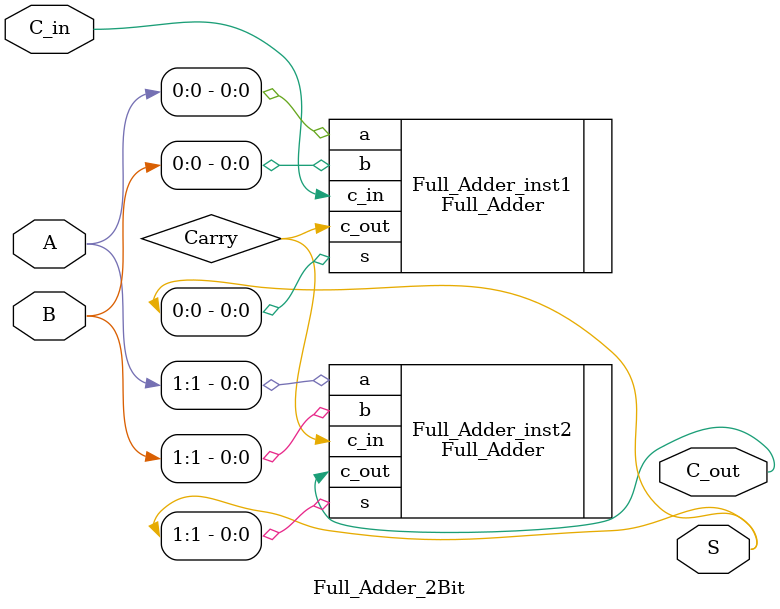
<source format=v>
`timescale 1ns / 1ns

module Full_Adder_2Bit(
    input [1:0] A, B,
    input C_in,
    output [1:0] S,
    output C_out
);

wire Carry;

Full_Adder Full_Adder_inst1(.a(A[0]), .b(B[0]), .c_in(C_in), .s(S[0]), .c_out(Carry));
Full_Adder Full_Adder_inst2(.a(A[1]), .b(B[1]), .c_in(Carry), .s(S[1]), .c_out(C_out));

endmodule
</source>
